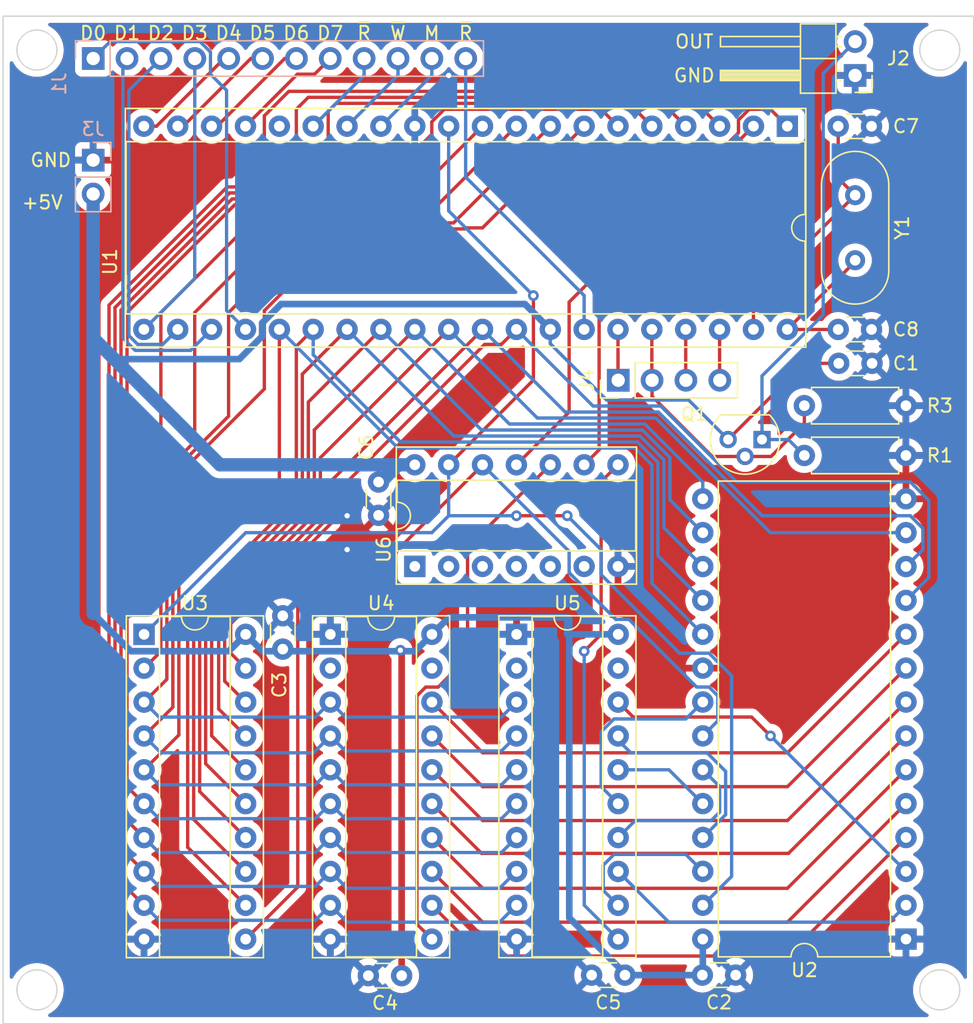
<source format=kicad_pcb>
(kicad_pcb (version 20211014) (generator pcbnew)
  (title_block (rev "1.1"))
  (layers (0 "F.Cu" signal) (31 "B.Cu" signal) (34 "B.Paste" user) (35 "F.Paste" user) (36 "B.SilkS" user "B.Silkscreen") (37 "F.SilkS" user "F.Silkscreen") (38 "B.Mask" user) (39 "F.Mask" user) (44 "Edge.Cuts" user))
  (net 0 "")
  (net 1 "GND")
  (net 2 "/~{CSR}")
  (net 3 "/~{CSW}")
  (net 4 "/MODE")
  (net 5 "Net-(C8-Pad1)")
  (net 6 "/vid")
  (net 7 "VCC")
  (net 9 "VD7")
  (net 10 "VD6")
  (net 11 "/ROW")
  (net 12 "/VA6")
  (net 13 "/VA5")
  (net 14 "/VA4")
  (net 15 "/VA3")
  (net 16 "/VA2")
  (net 17 "/VA1")
  (net 18 "/VA0")
  (net 19 "/COL")
  (net 20 "/VA13")
  (net 21 "/VA12")
  (net 22 "/VA11")
  (net 23 "/VA10")
  (net 24 "/VA9")
  (net 25 "/VA8")
  (net 26 "/VA7")
  (net 27 "VD5")
  (net 28 "/D0")
  (net 29 "VD4")
  (net 30 "VD3")
  (net 31 "VD2")
  (net 32 "/~{RESET}")
  (net 33 "/D1")
  (net 34 "Net-(C7-Pad1)")
  (net 35 "VD1")
  (net 40 "VD0")
  (net 41 "/D2")
  (net 42 "/D3")
  (net 43 "/D4")
  (net 44 "/D5")
  (net 45 "/D6")
  (net 46 "/D7")
  (net 47 "/EXT")
  (net 48 "Net-(U1-Pad37)")
  (net 49 "/~{RAS}")
  (net 50 "/~{CAS}")
  (net 51 "/AD7")
  (net 52 "/AD6")
  (net 53 "/AD5")
  (net 54 "/AD4")
  (net 55 "/AD3")
  (net 56 "/AD2")
  (net 57 "/AD1")
  (net 58 "/AD0")
  (net 59 "R~{W}")
  (net 60 "~{R}W")
  (net 61 "Net-(U1-Pad38)")
  (net 62 "Net-(J2-Pad2)")
  (footprint "Capacitor_THT:C_Disc_D3.0mm_W1.6mm_P2.50mm" (layer "F.Cu") (at 106.68 83.82)
    (fp_text reference "C8")
    (fp_text value "22pf")
  )
  (footprint "Connector_PinHeader_2.54mm:PinHeader_1x04_P2.54mm_Vertical" (layer "F.Cu") (at 90.18 87.63 90)
    (fp_text reference "J4")
    (fp_text value "Conn_01x04_Female")
  )
  (footprint "Package_DIP:DIP-28_W15.24mm" (layer "F.Cu") (at 111.765 129.54 180)
    (fp_text reference "U2")
    (fp_text value "HM62256BLP")
  )
  (footprint "Package_DIP:DIP-40_W15.24mm_Socket" (layer "F.Cu") (at 102.865 68.575 -90)
    (fp_text reference "U1")
    (fp_text value "TMS9918A")
  )
  (footprint "Crystal:Crystal_HC49-4H_Vertical" (layer "F.Cu") (at 107.95 73.75 -90)
    (fp_text reference "Y1")
    (fp_text value "10.738635MHz")
  )
  (footprint "Package_DIP:DIP-14_W7.62mm_Socket" (layer "F.Cu") (at 74.925 101.59 90)
    (fp_text reference "U6")
    (fp_text value "74HCT04")
  )
  (footprint "Capacitor_THT:C_Disc_D3.0mm_W1.6mm_P2.50mm" (layer "F.Cu") (at 72.207656 95.259986 -90)
    (fp_text reference "C6")
    (fp_text value "0.1uf")
  )
  (footprint "Capacitor_THT:C_Disc_D3.0mm_W1.6mm_P2.50mm" (layer "F.Cu") (at 106.68 68.58)
    (fp_text reference "C7")
    (fp_text value "22pf")
  )
  (footprint "Capacitor_THT:C_Disc_D3.0mm_W1.6mm_P2.50mm" (layer "F.Cu") (at 98.990857 132.23955 180)
    (fp_text reference "C2")
    (fp_text value "0.1uf")
  )
  (footprint "Capacitor_THT:C_Disc_D3.0mm_W1.6mm_P2.50mm" (layer "F.Cu") (at 73.939918 132.281552 180)
    (fp_text reference "C4")
    (fp_text value "0.1uf")
  )
  (footprint "Connector_PinHeader_2.54mm:PinHeader_1x02_P2.54mm_Horizontal" (layer "F.Cu") (at 107.95 64.77 180)
    (fp_text reference "J2")
    (fp_text value "Video out")
  )
  (footprint "Package_DIP:DIP-20_W7.62mm_Socket" (layer "F.Cu") (at 82.56 106.685)
    (fp_text reference "U5")
    (fp_text value "74HCT574")
  )
  (footprint "Capacitor_THT:C_Disc_D3.0mm_W1.6mm_P2.50mm" (layer "F.Cu") (at 65.023254 107.79432 90)
    (fp_text reference "C3")
    (fp_text value "0.1uf")
  )
  (footprint "Package_TO_SOT_THT:TO-92" (layer "F.Cu") (at 100.965 92.075 180)
    (fp_text reference "Q1")
    (fp_text value "Q_NPN_EBC")
  )
  (footprint "Resistor_THT:R_Axial_DIN0207_L6.3mm_D2.5mm_P7.62mm_Horizontal" (layer "F.Cu") (at 104.14 93.269546)
    (fp_text reference "R1")
    (fp_text value "1k")
  )
  (footprint "Resistor_THT:R_Axial_DIN0207_L6.3mm_D2.5mm_P7.62mm_Horizontal" (layer "F.Cu") (at 104.14 89.535)
    (fp_text reference "R3")
    (fp_text value "470")
  )
  (footprint "Capacitor_THT:C_Disc_D3.0mm_W1.6mm_P2.50mm" (layer "F.Cu") (at 106.72 86.36)
    (fp_text reference "C1")
    (fp_text value "0.1uf")
  )
  (footprint "Capacitor_THT:C_Disc_D3.0mm_W1.6mm_P2.50mm" (layer "F.Cu") (at 90.685822 132.243134 180)
    (fp_text reference "C5")
    (fp_text value "0.1uf")
  )
  (footprint "Package_DIP:DIP-20_W7.62mm_Socket" (layer "F.Cu") (at 68.59 106.685)
    (fp_text reference "U4")
    (fp_text value "74HCT574")
  )
  (footprint "Package_DIP:DIP-20_W7.62mm_Socket" (layer "F.Cu") (at 54.62 106.685)
    (fp_text reference "U3")
    (fp_text value "74HCT574")
  )
  (footprint "Connector_PinHeader_2.54mm:PinHeader_1x02_P2.54mm_Vertical" (layer "B.Cu") (at 50.8 71.12 180)
    (fp_text reference "J3")
    (fp_text value "Power")
  )
  (footprint "Connector_PinHeader_2.54mm:PinHeader_1x12_P2.54mm_Vertical" (layer "B.Cu") (at 50.805 63.5 -90)
    (fp_text reference "J1")
    (fp_text value "Bus")
  )
  (gr_circle (center 114.3 62.865) (end 115.8 62.865) (layer "Edge.Cuts") (width 0.1) (fill none))
  (gr_circle (center 46.585 133.35) (end 48.085 133.35) (layer "Edge.Cuts") (width 0.1) (fill none))
  (gr_circle (center 46.585 62.865) (end 48.085 62.865) (layer "Edge.Cuts") (width 0.1) (fill none))
  (gr_circle (center 114.3 133.35) (end 115.8 133.35) (layer "Edge.Cuts") (width 0.1) (fill none))
  (gr_rect (start 44.045 60.325) (end 116.84 135.89) (layer "Edge.Cuts") (width 0.1) (fill none))
  (gr_text "D2" (at 55.88 61.595) (layer "F.SilkS") (effects (font (size 1 1))))
  (gr_text "~{R}" (at 71.12 61.595) (layer "F.SilkS") (effects (font (size 1 1))))
  (gr_text "GND" (at 95.885 64.77) (layer "F.SilkS") (effects (font (size 1 1))))
  (gr_text "D1" (at 53.34 61.595) (layer "F.SilkS") (effects (font (size 1 1))))
  (gr_text "+5V" (at 46.99 74.295) (layer "F.SilkS") (effects (font (size 1 1))))
  (gr_text "~{R}" (at 78.74 61.595) (layer "F.SilkS") (effects (font (size 1 1))))
  (gr_text "D3" (at 58.42 61.595) (layer "F.SilkS") (effects (font (size 1 1))))
  (gr_text "D0" (at 50.8 61.595) (layer "F.SilkS") (effects (font (size 1 1))))
  (gr_text "OUT" (at 95.885 62.23) (layer "F.SilkS") (effects (font (size 1 1))))
  (gr_text "D4" (at 60.96 61.595) (layer "F.SilkS") (effects (font (size 1 1))))
  (gr_text "~{W}" (at 73.66 61.595) (layer "F.SilkS") (effects (font (size 1 1))))
  (gr_text "GND" (at 47.625 71.12) (layer "F.SilkS") (effects (font (size 1 1))))
  (gr_text "D6" (at 66.04 61.595) (layer "F.SilkS") (effects (font (size 1 1))))
  (gr_text "M" (at 76.2 61.595) (layer "F.SilkS") (effects (font (size 1 1))))
  (gr_text "D7" (at 68.58 61.595) (layer "F.SilkS") (effects (font (size 1 1))))
  (gr_text "D5" (at 63.5 61.595) (layer "F.SilkS") (effects (font (size 1 1))))
  (segment (start 69.85 97.79) (end 69.85 100.33) (width 0.25) (layer "F.Cu") (net 1))
  (via (at 77.47 64.77) (size 0.8) (drill 0.4) (layers "F.Cu" "B.Cu") (net 1))
  (via (at 69.85 97.79) (size 0.8) (drill 0.4) (layers "F.Cu" "B.Cu") (net 1))
  (via (at 69.85 100.33) (size 0.8) (drill 0.4) (layers "F.Cu" "B.Cu") (net 1))
  (segment (start 82.59 129.575) (end 82.56 129.545) (width 0.25) (layer "B.Cu") (net 1))
  (segment (start 71.125 63.5) (end 71.125 64.755) (width 0.25) (layer "B.Cu") (net 2))
  (segment (start 71.125 64.755) (end 67.305 68.575) (width 0.25) (layer "B.Cu") (net 2))
  (segment (start 73.665 63.5) (end 73.665 64.755) (width 0.25) (layer "B.Cu") (net 3))
  (segment (start 73.665 64.755) (end 69.845 68.575) (width 0.25) (layer "B.Cu") (net 3))
  (segment (start 76.205 63.5) (end 76.205 64.755) (width 0.25) (layer "B.Cu") (net 4))
  (segment (start 76.205 64.755) (end 72.385 68.575) (width 0.25) (layer "B.Cu") (net 4))
  (segment (start 106.68 83.82) (end 102.87 83.82) (width 0.25) (layer "F.Cu") (net 5))
  (segment (start 102.865 83.815) (end 107.95 78.73) (width 0.25) (layer "F.Cu") (net 5))
  (segment (start 107.95 78.73) (end 107.95 78.63) (width 0.25) (layer "F.Cu") (net 5))
  (segment (start 102.87 83.82) (end 102.865 83.815) (width 0.25) (layer "F.Cu") (net 5))
  (segment (start 92.705 83.815) (end 92.705 87.615) (width 0.25) (layer "F.Cu") (net 6))
  (segment (start 97.232919 93.345) (end 99.695 93.345) (width 0.25) (layer "F.Cu") (net 6))
  (segment (start 99.695 93.345) (end 101.644022 93.345) (width 0.25) (layer "F.Cu") (net 6))
  (segment (start 92.705 87.615) (end 92.72 87.63) (width 0.25) (layer "F.Cu") (net 6))
  (segment (start 101.644022 93.345) (end 104.14 90.849022) (width 0.25) (layer "F.Cu") (net 6))
  (segment (start 104.14 90.849022) (end 104.14 89.535) (width 0.25) (layer "F.Cu") (net 6))
  (segment (start 92.72 87.63) (end 92.72 88.832081) (width 0.25) (layer "F.Cu") (net 6))
  (segment (start 92.72 88.832081) (end 97.232919 93.345) (width 0.25) (layer "F.Cu") (net 6))
  (segment (start 73.840933 107.877392) (end 73.939918 107.976377) (width 0.5) (layer "F.Cu") (net 7))
  (segment (start 104.14 86.36) (end 106.72 86.36) (width 0.25) (layer "F.Cu") (net 7))
  (segment (start 98.425 92.075) (end 104.14 86.36) (width 0.25) (layer "F.Cu") (net 7))
  (segment (start 73.939918 107.976377) (end 73.939918 132.281552) (width 0.5) (layer "F.Cu") (net 7))
  (via (at 73.840933 107.877392) (size 0.8) (drill 0.4) (layers "F.Cu" "B.Cu") (net 7))
  (segment (start 96.525 132.205407) (end 96.525 129.54) (width 0.5) (layer "B.Cu") (net 7))
  (segment (start 83.185 81.915) (end 64.897924 81.915) (width 0.5) (layer "B.Cu") (net 7))
  (segment (start 86.365 106.685) (end 90.18 106.685) (width 0.5) (layer "B.Cu") (net 7))
  (segment (start 86.36 105.41) (end 86.510489 105.560489) (width 0.5) (layer "B.Cu") (net 7))
  (segment (start 73.66 93.98) (end 72.39 95.25) (width 1) (layer "B.Cu") (net 7))
  (segment (start 98.425 92.075) (end 95.46384 89.11384) (width 0.25) (layer "B.Cu") (net 7))
  (segment (start 60.315 93.97) (end 74.92 93.97) (width 1) (layer "B.Cu") (net 7))
  (segment (start 53.635978 107.95) (end 60.975 107.95) (width 0.5) (layer "B.Cu") (net 7))
  (segment (start 77.485 105.41) (end 86.36 105.41) (width 0.5) (layer "B.Cu") (net 7))
  (segment (start 86.36 106.68) (end 86.365 106.685) (width 0.5) (layer "B.Cu") (net 7))
  (segment (start 86.510489 105.560489) (end 86.510489 127.943139) (width 0.5) (layer "B.Cu") (net 7))
  (segment (start 50.8 84.455) (end 60.315 93.97) (width 1) (layer "B.Cu") (net 7))
  (segment (start 90.685822 132.243134) (end 96.487273 132.243134) (width 0.5) (layer "B.Cu") (net 7))
  (segment (start 76.21 106.685) (end 77.485 105.41) (width 0.5) (layer "B.Cu") (net 7))
  (segment (start 63.474511 84.332565) (end 61.764576 86.0425) (width 0.5) (layer "B.Cu") (net 7))
  (segment (start 89.314818 89.11384) (end 85.085 84.884022) (width 0.25) (layer "B.Cu") (net 7))
  (segment (start 64.897924 81.915) (end 63.474511 83.338413) (width 0.5) (layer "B.Cu") (net 7))
  (segment (start 74.92 93.97) (end 74.93 93.98) (width 0.25) (layer "B.Cu") (net 7))
  (segment (start 50.8 81.6003) (end 50.8 105.114022) (width 1) (layer "B.Cu") (net 7))
  (segment (start 86.36 105.710978) (end 86.36 106.68) (width 0.5) (layer "B.Cu") (net 7))
  (segment (start 85.085 83.815) (end 83.185 81.915) (width 0.5) (layer "B.Cu") (net 7))
  (segment (start 96.487273 132.243134) (end 96.525 132.205407) (width 0.25) (layer "B.Cu") (net 7))
  (segment (start 50.8 73.66) (end 50.8 81.6003) (width 1) (layer "B.Cu") (net 7))
  (segment (start 86.510489 105.560489) (end 86.36 105.710978) (width 0.5) (layer "B.Cu") (net 7))
  (segment (start 60.975 107.95) (end 62.24 106.685) (width 0.5) (layer "B.Cu") (net 7))
  (segment (start 90.685822 132.118472) (end 90.685822 132.243134) (width 0.25) (layer "B.Cu") (net 7))
  (segment (start 95.46384 89.11384) (end 89.314818 89.11384) (width 0.25) (layer "B.Cu") (net 7))
  (segment (start 50.8 105.114022) (end 53.635978 107.95) (width 0.5) (layer "B.Cu") (net 7))
  (segment (start 86.510489 127.943139) (end 90.685822 132.118472) (width 0.5) (layer "B.Cu") (net 7))
  (segment (start 85.085 84.884022) (end 85.085 83.815) (width 0.25) (layer "B.Cu") (net 7))
  (segment (start 62.24 106.685) (end 63.505 107.95) (width 0.5) (layer "B.Cu") (net 7))
  (segment (start 63.474511 83.338413) (end 63.474511 84.332565) (width 0.5) (layer "B.Cu") (net 7))
  (segment (start 61.764576 86.0425) (end 52.3875 86.0425) (width 0.5) (layer "B.Cu") (net 7))
  (segment (start 63.505 107.95) (end 74.945 107.95) (width 0.5) (layer "B.Cu") (net 7))
  (segment (start 74.93 93.98) (end 73.66 93.98) (width 0.25) (layer "B.Cu") (net 7))
  (segment (start 74.945 107.95) (end 76.21 106.685) (width 0.5) (layer "B.Cu") (net 7))
  (segment (start 64.77 90.17) (end 64.765 90.175) (width 0.25) (layer "F.Cu") (net 9))
  (segment (start 64.765 97.795001) (end 62.97192 99.588083) (width 0.25) (layer "F.Cu") (net 9))
  (segment (start 57.89192 104.668083) (end 57.89192 122.65692) (width 0.25) (layer "F.Cu") (net 9))
  (segment (start 62.97192 99.588083) (end 57.89192 104.668083) (width 0.25) (layer "F.Cu") (net 9))
  (segment (start 57.89192 122.65692) (end 62.24 127.005) (width 0.25) (layer "F.Cu") (net 9))
  (segment (start 64.765 83.815) (end 64.765 90.165) (width 0.25) (layer "F.Cu") (net 9))
  (segment (start 64.765 90.175) (end 64.765 97.795001) (width 0.25) (layer "F.Cu") (net 9))
  (segment (start 64.765 90.165) (end 64.77 90.17) (width 0.25) (layer "F.Cu") (net 9))
  (segment (start 73.66 92.71) (end 91.44 92.71) (width 0.25) (layer "B.Cu") (net 9))
  (segment (start 92.71 93.98) (end 92.71 102.865) (width 0.25) (layer "B.Cu") (net 9))
  (segment (start 91.44 92.71) (end 92.71 93.98) (width 0.25) (layer "B.Cu") (net 9))
  (segment (start 64.765 83.815) (end 73.66 92.71) (width 0.25) (layer "B.Cu") (net 9))
  (segment (start 92.71 102.865) (end 96.525 106.68) (width 0.25) (layer "B.Cu") (net 9))
  (segment (start 67.305 83.815) (end 66.04 85.08) (width 0.25) (layer "F.Cu") (net 10))
  (segment (start 66.04 85.08) (end 66.04 97.15572) (width 0.25) (layer "F.Cu") (net 10))
  (segment (start 58.34144 104.85428) (end 58.34144 120.56644) (width 0.25) (layer "F.Cu") (net 10))
  (segment (start 66.04 97.15572) (end 58.34144 104.85428) (width 0.25) (layer "F.Cu") (net 10))
  (segment (start 58.34144 120.56644) (end 62.24 124.465) (width 0.25) (layer "F.Cu") (net 10))
  (segment (start 91.626197 92.26048) (end 93.15952 93.793803) (width 0.25) (layer "B.Cu") (net 10))
  (segment (start 96.52 104.14) (end 96.525 104.14) (width 0.25) (layer "B.Cu") (net 10))
  (segment (start 93.15952 100.77952) (end 96.52 104.14) (width 0.25) (layer "B.Cu") (net 10))
  (segment (start 67.305 85.719282) (end 73.846198 92.26048) (width 0.25) (layer "B.Cu") (net 10))
  (segment (start 73.846198 92.26048) (end 91.626197 92.26048) (width 0.25) (layer "B.Cu") (net 10))
  (segment (start 93.15952 93.793803) (end 93.15952 100.77952) (width 0.25) (layer "B.Cu") (net 10))
  (segment (start 67.305 83.815) (end 67.305 85.719282) (width 0.25) (layer "B.Cu") (net 10))
  (segment (start 75.085489 111.299211) (end 75.085489 128.420489) (width 0.25) (layer "F.Cu") (net 11))
  (segment (start 75.085489 128.420489) (end 76.21 129.545) (width 0.25) (layer "F.Cu") (net 11))
  (segment (start 76.675789 110.640489) (end 75.744211 110.640489) (width 0.25) (layer "F.Cu") (net 11))
  (segment (start 75.744211 110.640489) (end 75.085489 111.299211) (width 0.25) (layer "F.Cu") (net 11))
  (segment (start 85.085 93.97) (end 78.880489 100.174511) (width 0.25) (layer "F.Cu") (net 11))
  (segment (start 78.880489 108.435789) (end 76.675789 110.640489) (width 0.25) (layer "F.Cu") (net 11))
  (segment (start 78.880489 100.174511) (end 78.880489 108.435789) (width 0.25) (layer "F.Cu") (net 11))
  (segment (start 111.765 121.92) (end 102.875 130.81) (width 0.25) (layer "F.Cu") (net 12))
  (segment (start 102.875 130.81) (end 80.015 130.81) (width 0.25) (layer "F.Cu") (net 12))
  (segment (start 80.015 130.81) (end 76.21 127.005) (width 0.25) (layer "F.Cu") (net 12))
  (segment (start 80.015 128.27) (end 76.21 124.465) (width 0.25) (layer "F.Cu") (net 13))
  (segment (start 102.875 128.27) (end 80.015 128.27) (width 0.25) (layer "F.Cu") (net 13))
  (segment (start 111.765 119.38) (end 102.875 128.27) (width 0.25) (layer "F.Cu") (net 13))
  (segment (start 80.015 125.73) (end 76.21 121.925) (width 0.25) (layer "F.Cu") (net 14))
  (segment (start 102.875 125.73) (end 80.015 125.73) (width 0.25) (layer "F.Cu") (net 14))
  (segment (start 111.765 116.84) (end 102.875 125.73) (width 0.25) (layer "F.Cu") (net 14))
  (segment (start 111.765 114.3) (end 102.95356 123.11144) (width 0.25) (layer "F.Cu") (net 15))
  (segment (start 79.93644 123.11144) (end 76.21 119.385) (width 0.25) (layer "F.Cu") (net 15))
  (segment (start 102.95356 123.11144) (end 79.93644 123.11144) (width 0.25) (layer "F.Cu") (net 15))
  (segment (start 80.015 120.65) (end 76.21 116.845) (width 0.25) (layer "F.Cu") (net 16))
  (segment (start 102.875 120.65) (end 80.015 120.65) (width 0.25) (layer "F.Cu") (net 16))
  (segment (start 111.765 111.76) (end 102.875 120.65) (width 0.25) (layer "F.Cu") (net 16))
  (segment (start 76.21 114.305) (end 80.015 118.11) (width 0.25) (layer "F.Cu") (net 17))
  (segment (start 80.015 118.11) (end 102.875 118.11) (width 0.25) (layer "F.Cu") (net 17))
  (segment (start 102.875 118.11) (end 111.765 109.22) (width 0.25) (layer "F.Cu") (net 17))
  (segment (start 102.875 115.57) (end 111.765 106.68) (width 0.25) (layer "F.Cu") (net 18))
  (segment (start 76.21 111.765) (end 80.015 115.57) (width 0.25) (layer "F.Cu") (net 18))
  (segment (start 80.015 115.57) (end 102.875 115.57) (width 0.25) (layer "F.Cu") (net 18))
  (segment (start 87.63 107.95) (end 88.9 106.68) (width 0.25) (layer "F.Cu") (net 19))
  (segment (start 88.9 106.68) (end 88.9 95.235) (width 0.25) (layer "F.Cu") (net 19))
  (segment (start 88.9 95.235) (end 90.165 93.97) (width 0.25) (layer "F.Cu") (net 19))
  (via (at 87.63 107.95) (size 0.8) (drill 0.4) (layers "F.Cu" "B.Cu") (net 19))
  (segment (start 87.63 107.95) (end 87.63 126.995) (width 0.25) (layer "B.Cu") (net 19))
  (segment (start 87.63 126.995) (end 90.18 129.545) (width 0.25) (layer "B.Cu") (net 19))
  (segment (start 95.255 123.19) (end 96.525 124.46) (width 0.25) (layer "B.Cu") (net 20))
  (segment (start 89.055489 125.880489) (end 89.055489 123.999211) (width 0.25) (layer "B.Cu") (net 20))
  (segment (start 89.8647 123.19) (end 95.255 123.19) (width 0.25) (layer "B.Cu") (net 20))
  (segment (start 89.055489 123.999211) (end 89.8647 123.19) (width 0.25) (layer "B.Cu") (net 20))
  (segment (start 90.18 127.005) (end 89.055489 125.880489) (width 0.25) (layer "B.Cu") (net 20))
  (segment (start 90.18 124.47) (end 93.98 128.27) (width 0.25) (layer "B.Cu") (net 21))
  (segment (start 90.18 124.465) (end 90.18 124.47) (width 0.25) (layer "B.Cu") (net 21))
  (segment (start 93.98 128.27) (end 110.495 128.27) (width 0.25) (layer "B.Cu") (net 21))
  (segment (start 110.495 128.27) (end 111.765 127) (width 0.25) (layer "B.Cu") (net 21))
  (segment (start 91.455 120.65) (end 97.159282 120.65) (width 0.25) (layer "B.Cu") (net 22))
  (segment (start 97.159282 120.65) (end 97.79 120.019282) (width 0.25) (layer "B.Cu") (net 22))
  (segment (start 97.79 120.019282) (end 97.79 118.105) (width 0.25) (layer "B.Cu") (net 22))
  (segment (start 90.18 121.925) (end 91.455 120.65) (width 0.25) (layer "B.Cu") (net 22))
  (segment (start 97.79 118.105) (end 96.525 116.84) (width 0.25) (layer "B.Cu") (net 22))
  (segment (start 90.18 119.385) (end 88.9 118.105) (width 0.25) (layer "B.Cu") (net 23))
  (segment (start 95.255 113.03) (end 96.525 111.76) (width 0.25) (layer "B.Cu") (net 23))
  (segment (start 89.8647 113.03) (end 95.255 113.03) (width 0.25) (layer "B.Cu") (net 23))
  (segment (start 88.9 118.105) (end 88.9 113.9947) (width 0.25) (layer "B.Cu") (net 23))
  (segment (start 88.9 113.9947) (end 89.8647 113.03) (width 0.25) (layer "B.Cu") (net 23))
  (segment (start 90.18 116.845) (end 93.99 116.845) (width 0.25) (layer "B.Cu") (net 24))
  (segment (start 93.99 116.845) (end 96.525 119.38) (width 0.25) (layer "B.Cu") (net 24))
  (segment (start 98.23952 116.96422) (end 98.23952 120.205479) (width 0.25) (layer "B.Cu") (net 25))
  (segment (start 90.18 114.6253) (end 91.1247 115.57) (width 0.25) (layer "B.Cu") (net 25))
  (segment (start 96.8453 115.57) (end 98.23952 116.96422) (width 0.25) (layer "B.Cu") (net 25))
  (segment (start 91.1247 115.57) (end 96.8453 115.57) (width 0.25) (layer "B.Cu") (net 25))
  (segment (start 90.18 114.305) (end 90.18 114.6253) (width 0.25) (layer "B.Cu") (net 25))
  (segment (start 98.23952 120.205479) (end 96.525 121.92) (width 0.25) (layer "B.Cu") (net 25))
  (segment (start 91.299511 112.884511) (end 100.184511 112.884511) (width 0.25) (layer "F.Cu") (net 26))
  (segment (start 100.184511 112.884511) (end 101.6 114.3) (width 0.25) (layer "F.Cu") (net 26))
  (segment (start 90.18 111.765) (end 91.299511 112.884511) (width 0.25) (layer "F.Cu") (net 26))
  (via (at 101.6 114.3) (size 0.8) (drill 0.4) (layers "F.Cu" "B.Cu") (net 26))
  (segment (start 101.605 114.3) (end 111.765 124.46) (width 0.25) (layer "B.Cu") (net 26))
  (segment (start 101.6 114.3) (end 101.605 114.3) (width 0.25) (layer "B.Cu") (net 26))
  (segment (start 66.48952 87.17048) (end 66.48952 97.341917) (width 0.25) (layer "F.Cu") (net 27))
  (segment (start 69.845 83.815) (end 66.48952 87.17048) (width 0.25) (layer "F.Cu") (net 27))
  (segment (start 58.79096 118.47596) (end 62.24 121.925) (width 0.25) (layer "F.Cu") (net 27))
  (segment (start 58.79096 105.040477) (end 58.79096 118.47596) (width 0.25) (layer "F.Cu") (net 27))
  (segment (start 66.48952 97.341917) (end 58.79096 105.040477) (width 0.25) (layer "F.Cu") (net 27))
  (segment (start 93.60904 93.607606) (end 93.60904 98.68404) (width 0.25) (layer "B.Cu") (net 27))
  (segment (start 93.60904 98.68404) (end 96.525 101.6) (width 0.25) (layer "B.Cu") (net 27))
  (segment (start 91.812395 91.81096) (end 93.60904 93.607606) (width 0.25) (layer "B.Cu") (net 27))
  (segment (start 69.845 83.815) (end 77.84096 91.81096) (width 0.25) (layer "B.Cu") (net 27))
  (segment (start 77.84096 91.81096) (end 91.812395 91.81096) (width 0.25) (layer "B.Cu") (net 27))
  (segment (start 59.599511 64.679511) (end 59.599511 63.013501) (width 0.25) (layer "B.Cu") (net 28))
  (segment (start 52.075 62.23) (end 50.805 63.5) (width 0.25) (layer "B.Cu") (net 28))
  (segment (start 60.809511 82.399511) (end 60.809511 65.889511) (width 0.25) (layer "B.Cu") (net 28))
  (segment (start 58.81601 62.23) (end 52.075 62.23) (width 0.25) (layer "B.Cu") (net 28))
  (segment (start 59.599511 63.013501) (end 58.81601 62.23) (width 0.25) (layer "B.Cu") (net 28))
  (segment (start 62.225 83.815) (end 60.809511 82.399511) (width 0.25) (layer "B.Cu") (net 28))
  (segment (start 60.809511 65.889511) (end 59.599511 64.679511) (width 0.25) (layer "B.Cu") (net 28))
  (segment (start 66.93904 97.528114) (end 59.24048 105.226674) (width 0.25) (layer "F.Cu") (net 29))
  (segment (start 59.24048 105.226674) (end 59.24048 116.38548) (width 0.25) (layer "F.Cu") (net 29))
  (segment (start 72.385 83.815) (end 66.93904 89.26096) (width 0.25) (layer "F.Cu") (net 29))
  (segment (start 66.93904 89.26096) (end 66.93904 97.528114) (width 0.25) (layer "F.Cu") (net 29))
  (segment (start 59.24048 116.38548) (end 62.24 119.385) (width 0.25) (layer "F.Cu") (net 29))
  (segment (start 94.05856 96.59356) (end 96.525 99.06) (width 0.25) (layer "B.Cu") (net 29))
  (segment (start 72.385 83.815) (end 79.93144 91.36144) (width 0.25) (layer "B.Cu") (net 29))
  (segment (start 94.05856 93.421409) (end 94.05856 96.59356) (width 0.25) (layer "B.Cu") (net 29))
  (segment (start 79.93144 91.36144) (end 91.998593 91.36144) (width 0.25) (layer "B.Cu") (net 29))
  (segment (start 91.998593 91.36144) (end 94.05856 93.421409) (width 0.25) (layer "B.Cu") (net 29))
  (segment (start 59.69 105.412871) (end 59.69 114.295) (width 0.25) (layer "F.Cu") (net 30))
  (segment (start 67.38856 97.714311) (end 59.69 105.412871) (width 0.25) (layer "F.Cu") (net 30))
  (segment (start 59.69 114.295) (end 62.24 116.845) (width 0.25) (layer "F.Cu") (net 30))
  (segment (start 74.925 83.815) (end 67.38856 91.35144) (width 0.25) (layer "F.Cu") (net 30))
  (segment (start 67.38856 91.35144) (end 67.38856 97.714311) (width 0.25) (layer "F.Cu") (net 30))
  (segment (start 82.02192 90.91192) (end 92.184788 90.91192) (width 0.25) (layer "B.Cu") (net 30))
  (segment (start 92.184788 90.91192) (end 96.525 95.252132) (width 0.25) (layer "B.Cu") (net 30))
  (segment (start 74.925 83.815) (end 82.02192 90.91192) (width 0.25) (layer "B.Cu") (net 30))
  (segment (start 96.525 95.252132) (end 96.525 96.52) (width 0.25) (layer "B.Cu") (net 30))
  (segment (start 67.83808 97.900512) (end 60.216449 105.522143) (width 0.25) (layer "F.Cu") (net 31))
  (segment (start 67.83808 93.44192) (end 67.83808 97.900512) (width 0.25) (layer "F.Cu") (net 31))
  (segment (start 60.216449 112.281449) (end 62.24 114.305) (width 0.25) (layer "F.Cu") (net 31))
  (segment (start 77.465 83.815) (end 67.83808 93.44192) (width 0.25) (layer "F.Cu") (net 31))
  (segment (start 60.216449 105.522143) (end 60.216449 112.281449) (width 0.25) (layer "F.Cu") (net 31))
  (segment (start 101.6 99.06) (end 111.765 99.06) (width 0.25) (layer "B.Cu") (net 31))
  (segment (start 84.1124 90.4624) (end 93.0024 90.4624) (width 0.25) (layer "B.Cu") (net 31))
  (segment (start 93.0024 90.4624) (end 101.6 99.06) (width 0.25) (layer "B.Cu") (net 31))
  (segment (start 77.465 83.815) (end 84.1124 90.4624) (width 0.25) (layer "B.Cu") (net 31))
  (segment (start 78.74 72.39) (end 87.625 81.275) (width 0.25) (layer "B.Cu") (net 32))
  (segment (start 87.625 81.275) (end 87.625 83.815) (width 0.25) (layer "B.Cu") (net 32))
  (segment (start 78.745 63.5) (end 78.74 63.505) (width 0.25) (layer "B.Cu") (net 32))
  (segment (start 78.74 63.505) (end 78.74 72.39) (width 0.25) (layer "B.Cu") (net 32))
  (segment (start 58.110969 85.389031) (end 59.685 83.815) (width 0.25) (layer "B.Cu") (net 33))
  (segment (start 53.030969 63.814031) (end 53.030969 84.466986) (width 0.25) (layer "B.Cu") (net 33))
  (segment (start 53.953014 85.389031) (end 58.110969 85.389031) (width 0.25) (layer "B.Cu") (net 33))
  (segment (start 53.345 63.5) (end 53.030969 63.814031) (width 0.25) (layer "B.Cu") (net 33))
  (segment (start 53.030969 84.466986) (end 53.953014 85.389031) (width 0.25) (layer "B.Cu") (net 33))
  (segment (start 100.325 83.815) (end 100.325 81.375) (width 0.25) (layer "F.Cu") (net 34))
  (segment (start 100.325 81.375) (end 107.95 73.75) (width 0.25) (layer "F.Cu") (net 34))
  (segment (start 106.68 68.58) (end 106.68 72.48) (width 0.25) (layer "F.Cu") (net 34))
  (segment (start 106.68 72.48) (end 107.95 73.75) (width 0.25) (layer "F.Cu") (net 34))
  (segment (start 80.005 83.825) (end 68.2876 95.5424) (width 0.25) (layer "F.Cu") (net 35))
  (segment (start 80.005 83.815) (end 80.005 83.825) (width 0.25) (layer "F.Cu") (net 35))
  (segment (start 68.2876 98.08671) (end 60.665969 105.708341) (width 0.25) (layer "F.Cu") (net 35))
  (segment (start 60.665969 105.708341) (end 60.665969 110.190969) (width 0.25) (layer "F.Cu") (net 35))
  (segment (start 60.665969 110.190969) (end 62.24 111.765) (width 0.25) (layer "F.Cu") (net 35))
  (segment (start 68.2876 95.5424) (end 68.2876 98.08671) (width 0.25) (layer "F.Cu") (net 35))
  (segment (start 86.20288 90.01288) (end 93.188598 90.01288) (width 0.25) (layer "B.Cu") (net 35))
  (segment (start 80.005 83.815) (end 86.20288 90.01288) (width 0.25) (layer "B.Cu") (net 35))
  (segment (start 112.0853 97.79) (end 113.03 98.7347) (width 0.25) (layer "B.Cu") (net 35))
  (segment (start 113.03 100.335) (end 111.765 101.6) (width 0.25) (layer "B.Cu") (net 35))
  (segment (start 113.03 98.7347) (end 113.03 100.335) (width 0.25) (layer "B.Cu") (net 35))
  (segment (start 100.965718 97.79) (end 112.0853 97.79) (width 0.25) (layer "B.Cu") (net 35))
  (segment (start 93.188598 90.01288) (end 100.965718 97.79) (width 0.25) (layer "B.Cu") (net 35))
  (segment (start 68.73712 98.272908) (end 61.115489 105.894539) (width 0.25) (layer "F.Cu") (net 40))
  (segment (start 80.160489 84.939511) (end 68.73712 96.36288) (width 0.25) (layer "F.Cu") (net 40))
  (segment (start 61.115489 108.100489) (end 62.24 109.225) (width 0.25) (layer "F.Cu") (net 40))
  (segment (start 68.73712 96.36288) (end 68.73712 98.272908) (width 0.25) (layer "F.Cu") (net 40))
  (segment (start 61.115489 105.894539) (end 61.115489 108.100489) (width 0.25) (layer "F.Cu") (net 40))
  (segment (start 81.420489 84.939511) (end 80.160489 84.939511) (width 0.25) (layer "F.Cu") (net 40))
  (segment (start 82.545 83.815) (end 81.420489 84.939511) (width 0.25) (layer "F.Cu") (net 40))
  (segment (start 113.47952 96.64422) (end 113.47952 102.42548) (width 0.25) (layer "B.Cu") (net 40))
  (segment (start 99.061436 95.25) (end 112.0853 95.25) (width 0.25) (layer "B.Cu") (net 40))
  (segment (start 93.374796 89.56336) (end 99.061436 95.25) (width 0.25) (layer "B.Cu") (net 40))
  (segment (start 112.0853 95.25) (end 113.47952 96.64422) (width 0.25) (layer "B.Cu") (net 40))
  (segment (start 88.29336 89.56336) (end 93.374796 89.56336) (width 0.25) (layer "B.Cu") (net 40))
  (segment (start 82.545 83.815) (end 88.29336 89.56336) (width 0.25) (layer "B.Cu") (net 40))
  (segment (start 113.47952 102.42548) (end 111.765 104.14) (width 0.25) (layer "B.Cu") (net 40))
  (segment (start 53.480489 84.280789) (end 54.139211 84.939511) (width 0.25) (layer "B.Cu") (net 41))
  (segment (start 53.480489 65.904511) (end 53.480489 84.280789) (width 0.25) (layer "B.Cu") (net 41))
  (segment (start 55.885 63.5) (end 53.480489 65.904511) (width 0.25) (layer "B.Cu") (net 41))
  (segment (start 54.139211 84.939511) (end 56.020489 84.939511) (width 0.25) (layer "B.Cu") (net 41))
  (segment (start 56.020489 84.939511) (end 57.145 83.815) (width 0.25) (layer "B.Cu") (net 41))
  (segment (start 58.42 68.58) (end 58.42 80) (width 0.25) (layer "B.Cu") (net 42))
  (segment (start 58.425 68.575) (end 58.42 68.58) (width 0.25) (layer "B.Cu") (net 42))
  (segment (start 58.425 63.5) (end 58.425 68.575) (width 0.25) (layer "B.Cu") (net 42))
  (segment (start 58.42 80) (end 54.605 83.815) (width 0.25) (layer "B.Cu") (net 42))
  (segment (start 55.5547 68.575) (end 54.605 68.575) (width 0.25) (layer "F.Cu") (net 43))
  (segment (start 60.6297 63.5) (end 55.5547 68.575) (width 0.25) (layer "F.Cu") (net 43))
  (segment (start 60.965 63.5) (end 60.6297 63.5) (width 0.25) (layer "F.Cu") (net 43))
  (segment (start 57.145 68.575) (end 57.55101 68.575) (width 0.25) (layer "F.Cu") (net 44))
  (segment (start 57.55101 68.575) (end 62.62601 63.5) (width 0.25) (layer "F.Cu") (net 44))
  (segment (start 62.62601 63.5) (end 63.505 63.5) (width 0.25) (layer "F.Cu") (net 44))
  (segment (start 59.685 68.575) (end 60.09101 68.575) (width 0.25) (layer "F.Cu") (net 45))
  (segment (start 65.16601 63.5) (end 66.045 63.5) (width 0.25) (layer "F.Cu") (net 45))
  (segment (start 60.09101 68.575) (end 65.16601 63.5) (width 0.25) (layer "F.Cu") (net 45))
  (segment (start 67.410489 64.674511) (end 68.585 63.5) (width 0.25) (layer "F.Cu") (net 46))
  (segment (start 67.410489 64.674511) (end 66.125489 64.674511) (width 0.25) (layer "F.Cu") (net 46))
  (segment (start 66.125489 64.674511) (end 62.225 68.575) (width 0.25) (layer "F.Cu") (net 46))
  (segment (start 90.165 87.615) (end 90.18 87.63) (width 0.25) (layer "F.Cu") (net 47))
  (segment (start 90.165 83.815) (end 90.165 87.615) (width 0.25) (layer "F.Cu") (net 47))
  (segment (start 95.245 87.615) (end 95.26 87.63) (width 0.25) (layer "F.Cu") (net 48))
  (segment (start 95.245 83.815) (end 95.245 87.615) (width 0.25) (layer "F.Cu") (net 48))
  (segment (start 99.200489 69.063793) (end 99.200489 68.109211) (width 0.25) (layer "F.Cu") (net 49))
  (segment (start 99.200489 68.109211) (end 99.9997 67.31) (width 0.25) (layer "F.Cu") (net 49))
  (segment (start 99.9997 67.31) (end 101.6 67.31) (width 0.25) (layer "F.Cu") (net 49))
  (segment (start 86.500489 90.014511) (end 86.500489 81.763793) (width 0.25) (layer "F.Cu") (net 49))
  (segment (start 86.500489 81.763793) (end 99.200489 69.063793) (width 0.25) (layer "F.Cu") (net 49))
  (segment (start 101.6 67.31) (end 102.865 68.575) (width 0.25) (layer "F.Cu") (net 49))
  (segment (start 82.545 93.97) (end 86.500489 90.014511) (width 0.25) (layer "F.Cu") (net 49))
  (segment (start 88.749511 80.150489) (end 100.325 68.575) (width 0.25) (layer "F.Cu") (net 50))
  (segment (start 87.625 93.97) (end 88.749511 92.845489) (width 0.25) (layer "F.Cu") (net 50))
  (segment (start 88.749511 92.845489) (end 88.749511 80.150489) (width 0.25) (layer "F.Cu") (net 50))
  (segment (start 95.17144 65.96144) (end 65.474264 65.96144) (width 0.25) (layer "F.Cu") (net 51))
  (segment (start 61.48808 73.13192) (end 60.850928 73.13192) (width 0.25) (layer "F.Cu") (net 51))
  (segment (start 97.785 68.575) (end 95.17144 65.96144) (width 0.25) (layer "F.Cu") (net 51))
  (segment (start 63.640489 67.795215) (end 63.640489 70.979511) (width 0.25) (layer "F.Cu") (net 51))
  (segment (start 63.640489 70.979511) (end 61.48808 73.13192) (width 0.25) (layer "F.Cu") (net 51))
  (segment (start 65.474264 65.96144) (end 63.640489 67.795215) (width 0.25) (layer "F.Cu") (net 51))
  (segment (start 51.99144 81.991408) (end 51.99144 124.37644) (width 0.25) (layer "F.Cu") (net 51))
  (segment (start 60.850928 73.13192) (end 51.99144 81.991408) (width 0.25) (layer "F.Cu") (net 51))
  (segment (start 51.99144 124.37644) (end 54.62 127.005) (width 0.25) (layer "F.Cu") (net 51))
  (segment (start 81.28 128.27) (end 82.55 127) (width 0.25) (layer "B.Cu") (net 51))
  (segment (start 69.85 128.27) (end 81.28 128.27) (width 0.25) (layer "B.Cu") (net 51))
  (segment (start 68.59 127.01) (end 69.85 128.27) (width 0.25) (layer "B.Cu") (net 51))
  (segment (start 67.465489 128.129511) (end 68.59 127.005) (width 0.25) (layer "B.Cu") (net 51))
  (segment (start 68.59 127.005) (end 68.59 127.01) (width 0.25) (layer "B.Cu") (net 51))
  (segment (start 55.744511 128.129511) (end 67.465489 128.129511) (width 0.25) (layer "B.Cu") (net 51))
  (segment (start 54.62 127.005) (end 55.744511 128.129511) (width 0.25) (layer "B.Cu") (net 51))
  (segment (start 66.93904 66.41096) (end 66.04 67.31) (width 0.25) (layer "F.Cu") (net 52))
  (segment (start 62.001997 73.58144) (end 61.037125 73.58144) (width 0.25) (layer "F.Cu") (net 52))
  (segment (start 66.04 67.31) (end 66.04 69.543437) (width 0.25) (layer "F.Cu") (net 52))
  (segment (start 61.037125 73.58144) (end 52.44096 82.177605) (width 0.25) (layer "F.Cu") (net 52))
  (segment (start 95.245 68.575) (end 93.08096 66.41096) (width 0.25) (layer "F.Cu") (net 52))
  (segment (start 93.08096 66.41096) (end 66.93904 66.41096) (width 0.25) (layer "F.Cu") (net 52))
  (segment (start 52.44096 122.28596) (end 54.62 124.465) (width 0.25) (layer "F.Cu") (net 52))
  (segment (start 66.04 69.543437) (end 62.001997 73.58144) (width 0.25) (layer "F.Cu") (net 52))
  (segment (start 52.44096 82.177605) (end 52.44096 122.28596) (width 0.25) (layer "F.Cu") (net 52))
  (segment (start 69.855 125.73) (end 81.28 125.73) (width 0.25) (layer "B.Cu") (net 52))
  (segment (start 55.744511 125.589511) (end 67.465489 125.589511) (width 0.25) (layer "B.Cu") (net 52))
  (segment (start 68.59 124.465) (end 69.855 125.73) (width 0.25) (layer "B.Cu") (net 52))
  (segment (start 67.465489 125.589511) (end 68.59 124.465) (width 0.25) (layer "B.Cu") (net 52))
  (segment (start 81.28 125.73) (end 82.55 124.46) (width 0.25) (layer "B.Cu") (net 52))
  (segment (start 54.62 124.465) (end 55.744511 125.589511) (width 0.25) (layer "B.Cu") (net 52))
  (segment (start 68.429511 69.672293) (end 64.070844 74.03096) (width 0.25) (layer "F.Cu") (net 53))
  (segment (start 90.99048 66.86048) (end 69.02952 66.86048) (width 0.25) (layer "F.Cu") (net 53))
  (segment (start 64.070844 74.03096) (end 61.223322 74.03096) (width 0.25) (layer "F.Cu") (net 53))
  (segment (start 52.89048 82.363802) (end 52.89048 120.19548) (width 0.25) (layer "F.Cu") (net 53))
  (segment (start 68.429511 67.460489) (end 68.429511 69.672293) (width 0.25) (layer "F.Cu") (net 53))
  (segment (start 61.223322 74.03096) (end 52.89048 82.363802) (width 0.25) (layer "F.Cu") (net 53))
  (segment (start 52.89048 120.19548) (end 54.62 121.925) (width 0.25) (layer "F.Cu") (net 53))
  (segment (start 69.02952 66.86048) (end 68.429511 67.460489) (width 0.25) (layer "F.Cu") (net 53))
  (segment (start 92.705 68.575) (end 90.99048 66.86048) (width 0.25) (layer "F.Cu") (net 53))
  (segment (start 69.714511 123.049511) (end 81.420489 123.049511) (width 0.25) (layer "B.Cu") (net 53))
  (segment (start 81.420489 123.049511) (end 82.55 121.92) (width 0.25) (layer "B.Cu") (net 53))
  (segment (start 68.59 121.925) (end 69.714511 123.049511) (width 0.25) (layer "B.Cu") (net 53))
  (segment (start 54.62 121.925) (end 55.744511 123.049511) (width 0.25) (layer "B.Cu") (net 53))
  (segment (start 55.744511 123.049511) (end 67.465489 123.049511) (width 0.25) (layer "B.Cu") (net 53))
  (segment (start 67.465489 123.049511) (end 68.59 121.925) (width 0.25) (layer "B.Cu") (net 53))
  (segment (start 70.900798 74.48048) (end 76.2 69.181278) (width 0.25) (layer "F.Cu") (net 54))
  (segment (start 53.34 82.55) (end 61.40952 74.48048) (width 0.25) (layer "F.Cu") (net 54))
  (segment (start 77.1397 67.31) (end 88.9 67.31) (width 0.25) (layer "F.Cu") (net 54))
  (segment (start 54.62 119.385) (end 53.34 118.105) (width 0.25) (layer "F.Cu") (net 54))
  (segment (start 53.34 118.105) (end 53.34 82.55) (width 0.25) (layer "F.Cu") (net 54))
  (segment (start 76.2 68.2497) (end 77.1397 67.31) (width 0.25) (layer "F.Cu") (net 54))
  (segment (start 61.40952 74.48048) (end 70.900798 74.48048) (width 0.25) (layer "F.Cu") (net 54))
  (segment (start 88.9 67.31) (end 90.165 68.575) (width 0.25) (layer "F.Cu") (net 54))
  (segment (start 76.2 69.181278) (end 76.2 68.2497) (width 0.25) (layer "F.Cu") (net 54))
  (segment (start 55.744511 120.509511) (end 67.465489 120.509511) (width 0.25) (layer "B.Cu") (net 54))
  (segment (start 81.420489 120.509511) (end 82.55 119.38) (width 0.25) (layer "B.Cu") (net 54))
  (segment (start 69.714511 120.509511) (end 81.420489 120.509511) (width 0.25) (layer "B.Cu") (net 54))
  (segment (start 54.62 119.385) (end 55.744511 120.509511) (width 0.25) (layer "B.Cu") (net 54))
  (segment (start 67.465489 120.509511) (end 68.59 119.385) (width 0.25) (layer "B.Cu") (net 54))
  (segment (start 68.59 119.385) (end 69.714511 120.509511) (width 0.25) (layer "B.Cu") (net 54))
  (segment (start 63.640489 82.409511) (end 63.640489 88.27948) (width 0.25) (layer "F.Cu") (net 55))
  (segment (start 78.66144 76.27856) (end 69.77144 76.27856) (width 0.25) (layer "F.Cu") (net 55))
  (segment (start 69.77144 76.27856) (end 63.640489 82.409511) (width 0.25) (layer "F.Cu") (net 55))
  (segment (start 57.22856 94.691409) (end 57.22856 114.23644) (width 0.25) (layer "F.Cu") (net 55))
  (segment (start 63.640489 88.27948) (end 57.22856 94.691409) (width 0.25) (layer "F.Cu") (net 55))
  (segment (start 87.625 68.575) (end 80 76.2) (width 0.25) (layer "F.Cu") (net 55))
  (segment (start 80 76.2) (end 78.74 76.2) (width 0.25) (layer "F.Cu") (net 55))
  (segment (start 57.22856 114.23644) (end 54.62 116.845) (width 0.25) (layer "F.Cu") (net 55))
  (segment (start 78.74 76.2) (end 78.66144 76.27856) (width 0.25) (layer "F.Cu") (net 55))
  (segment (start 55.744511 117.969511) (end 67.465489 117.969511) (width 0.25) (layer "B.Cu") (net 55))
  (segment (start 67.465489 117.969511) (end 68.59 116.845) (width 0.25) (layer "B.Cu") (net 55))
  (segment (start 69.714511 117.969511) (end 81.420489 117.969511) (width 0.25) (layer "B.Cu") (net 55))
  (segment (start 68.59 116.845) (end 69.714511 117.969511) (width 0.25) (layer "B.Cu") (net 55))
  (segment (start 54.62 116.845) (end 55.744511 117.969511) (width 0.25) (layer "B.Cu") (net 55))
  (segment (start 81.420489 117.969511) (end 82.55 116.84) (width 0.25) (layer "B.Cu") (net 55))
  (segment (start 60.96 90.324251) (end 60.96 82.55) (width 0.25) (layer "F.Cu") (net 56))
  (segment (start 56.77904 94.505211) (end 56.77904 112.14596) (width 0.25) (layer "F.Cu") (net 56))
  (segment (start 77.83096 75.82904) (end 67.68096 75.82904) (width 0.25) (layer "F.Cu") (net 56))
  (segment (start 67.68096 75.82904) (end 60.96 82.55) (width 0.25) (layer "F.Cu") (net 56))
  (segment (start 60.96 90.324251) (end 56.77904 94.505211) (width 0.25) (layer "F.Cu") (net 56))
  (segment (start 56.77904 112.14596) (end 54.62 114.305) (width 0.25) (layer "F.Cu") (net 56))
  (segment (start 85.085 68.575) (end 77.83096 75.82904) (width 0.25) (layer "F.Cu") (net 56))
  (segment (start 55.885 115.57) (end 67.325 115.57) (width 0.25) (layer "B.Cu") (net 56))
  (segment (start 54.62 114.305) (end 55.885 115.57) (width 0.25) (layer "B.Cu") (net 56))
  (segment (start 67.325 115.57) (end 68.59 114.305) (width 0.25) (layer "B.Cu") (net 56))
  (segment (start 68.59 114.305) (end 69.714511 115.429511) (width 0.25) (layer "B.Cu") (net 56))
  (segment (start 81.420489 115.429511) (end 82.55 114.3) (width 0.25) (layer "B.Cu") (net 56))
  (segment (start 69.714511 115.429511) (end 81.420489 115.429511) (width 0.25) (layer "B.Cu") (net 56))
  (segment (start 75.74048 75.37952) (end 65.59048 75.37952) (width 0.25) (layer "F.Cu") (net 57))
  (segment (start 56.32952 110.05548) (end 54.62 111.765) (width 0.25) (layer "F.Cu") (net 57))
  (segment (start 65.59048 75.37952) (end 58.42 82.55) (width 0.25) (layer "F.Cu") (net 57))
  (segment (start 58.42 92.228533) (end 56.32952 94.319014) (width 0.25) (layer "F.Cu") (net 57))
  (segment (start 82.545 68.575) (end 75.74048 75.37952) (width 0.25) (layer "F.Cu") (net 57))
  (segment (start 56.32952 94.319014) (end 56.32952 110.05548) (width 0.25) (layer "F.Cu") (net 57))
  (segment (start 58.42 82.55) (end 58.42 92.228533) (width 0.25) (layer "F.Cu") (net 57))
  (segment (start 54.62 111.765) (end 55.744511 112.889511) (width 0.25) (layer "B.Cu") (net 57))
  (segment (start 67.465489 112.889511) (end 68.59 111.765) (width 0.25) (layer "B.Cu") (net 57))
  (segment (start 69.714511 112.889511) (end 81.420489 112.889511) (width 0.25) (layer "B.Cu") (net 57))
  (segment (start 81.420489 112.889511) (end 82.55 111.76) (width 0.25) (layer "B.Cu") (net 57))
  (segment (start 55.744511 112.889511) (end 67.465489 112.889511) (width 0.25) (layer "B.Cu") (net 57))
  (segment (start 68.59 111.765) (end 69.714511 112.889511) (width 0.25) (layer "B.Cu") (net 57))
  (segment (start 55.88 107.965) (end 55.88 82.55) (width 0.25) (layer "F.Cu") (net 58))
  (segment (start 73.65 74.93) (end 80.005 68.575) (width 0.25) (layer "F.Cu") (net 58))
  (segment (start 55.88 82.55) (end 63.5 74.93) (width 0.25) (layer "F.Cu") (net 58))
  (segment (start 63.5 74.93) (end 73.65 74.93) (width 0.25) (layer "F.Cu") (net 58))
  (segment (start 54.62 109.225) (end 55.88 107.965) (width 0.25) (layer "F.Cu") (net 58))
  (segment (start 83.82 87.615) (end 77.465 93.97) (width 0.25) (layer "F.Cu") (net 59))
  (segment (start 83.82 81.28) (end 83.82 87.615) (width 0.25) (layer "F.Cu") (net 59))
  (segment (start 86.36 97.79) (end 82.55 97.79) (width 0.25) (layer "F.Cu") (net 59))
  (via (at 86.36 97.79) (size 0.8) (drill 0.4) (layers "F.Cu" "B.Cu") (net 59))
  (via (at 83.82 81.28) (size 0.8) (drill 0.4) (layers "F.Cu" "B.Cu") (net 59))
  (via (at 82.55 97.79) (size 0.8) (drill 0.4) (layers "F.Cu" "B.Cu") (net 59))
  (segment (start 86.36 97.79) (end 88.9 100.33) (width 0.25) (layer "B.Cu") (net 59))
  (segment (start 98.68904 124.83596) (end 96.525 127) (width 0.25) (layer "B.Cu") (net 59))
  (segment (start 98.68904 109.79374) (end 98.68904 124.83596) (width 0.25) (layer "B.Cu") (net 59))
  (segment (start 62.245 99.06) (end 54.62 106.685) (width 0.25) (layer "B.Cu") (net 59))
  (segment (start 88.9 100.33) (end 88.9 102.211278) (width 0.25) (layer "B.Cu") (net 59))
  (segment (start 88.9 102.211278) (end 94.784211 108.095489) (width 0.25) (layer "B.Cu") (net 59))
  (segment (start 77.47 97.79) (end 77.465 97.795) (width 0.25) (layer "B.Cu") (net 59))
  (segment (start 82.55 97.79) (end 77.47 97.79) (width 0.25) (layer "B.Cu") (net 59))
  (segment (start 96.990789 108.095489) (end 98.68904 109.79374) (width 0.25) (layer "B.Cu") (net 59))
  (segment (start 77.465 97.795) (end 76.2 99.06) (width 0.25) (layer "B.Cu") (net 59))
  (segment (start 94.784211 108.095489) (end 96.990789 108.095489) (width 0.25) (layer "B.Cu") (net 59))
  (segment (start 76.2 99.06) (end 62.245 99.06) (width 0.25) (layer "B.Cu") (net 59))
  (segment (start 77.465 93.97) (end 77.465 97.795) (width 0.25) (layer "B.Cu") (net 59))
  (segment (start 77.465 74.925) (end 83.82 81.28) (width 0.25) (layer "B.Cu") (net 59))
  (segment (start 77.465 68.575) (end 77.465 74.925) (width 0.25) (layer "B.Cu") (net 59))
  (segment (start 62.24 129.545) (end 66.147765 125.637235) (width 0.25) (layer "F.Cu") (net 60))
  (segment (start 66.147765 104.247765) (end 66.25553 104.14) (width 0.25) (layer "F.Cu") (net 60))
  (segment (start 69.85 104.14) (end 80.005 93.985) (width 0.25) (layer "F.Cu") (net 60))
  (segment (start 66.25553 104.14) (end 69.85 104.14) (width 0.25) (layer "F.Cu") (net 60))
  (segment (start 66.147765 125.637235) (end 66.147765 104.247765) (width 0.25) (layer "F.Cu") (net 60))
  (segment (start 80.005 93.985) (end 80.005 93.97) (width 0.25) (layer "F.Cu") (net 60))
  (segment (start 90.984211 105.560489) (end 96.059211 110.635489) (width 0.25) (layer "B.Cu") (net 60))
  (segment (start 97.649511 111.294211) (end 97.649511 113.175489) (width 0.25) (layer "B.Cu") (net 60))
  (segment (start 97.649511 113.175489) (end 96.525 114.3) (width 0.25) (layer "B.Cu") (net 60))
  (segment (start 90.000189 105.560489) (end 90.984211 105.560489) (width 0.25) (layer "B.Cu") (net 60))
  (segment (start 86.500489 102.060789) (end 90.000189 105.560489) (width 0.25) (layer "B.Cu") (net 60))
  (segment (start 96.059211 110.635489) (end 96.990789 110.635489) (width 0.25) (layer "B.Cu") (net 60))
  (segment (start 80.005 93.97) (end 86.500489 100.465489) (width 0.25) (layer "B.Cu") (net 60))
  (segment (start 96.990789 110.635489) (end 97.649511 111.294211) (width 0.25) (layer "B.Cu") (net 60))
  (segment (start 86.500489 100.465489) (end 86.500489 102.060789) (width 0.25) (layer "B.Cu") (net 60))
  (segment (start 97.785 87.615) (end 97.8 87.63) (width 0.25) (layer "F.Cu") (net 61))
  (segment (start 97.785 83.815) (end 97.785 87.615) (width 0.25) (layer "F.Cu") (net 61))
  (segment (start 102.945454 92.075) (end 104.14 93.269546) (width 0.25) (layer "B.Cu") (net 62))
  (segment (start 105.555489 82.714811) (end 105.555489 64.624511) (width 0.25) (layer "B.Cu") (net 62))
  (segment (start 102.945454 92.075) (end 100.965 92.075) (width 0.25) (layer "B.Cu") (net 62))
  (segment (start 100.965 87.3053) (end 100.965 92.075) (width 0.25) (layer "B.Cu") (net 62))
  (segment (start 100.965 87.3053) (end 105.555489 82.714811) (width 0.25) (layer "B.Cu") (net 62))
  (segment (start 105.555489 64.624511) (end 107.95 62.23) (width 0.25) (layer "B.Cu") (net 62))
  (zone (net 1) (net_name "GND") (layer "F.Cu") (connect_pads (clearance 0.508)) (min_thickness 0.254) (fill yes (thermal_gap 0.508) (thermal_bridge_width 0.508))
    (polygon (pts (xy 116.84 135.89) (xy 43.815 135.89) (xy 43.815 60.325) (xy 116.84 60.325)))
  )
  (zone (net 1) (net_name "GND") (layer "B.Cu") (connect_pads (clearance 0.508)) (min_thickness 0.254) (fill yes (thermal_gap 0.508) (thermal_bridge_width 0.508))
    (polygon (pts (xy 116.84 135.89) (xy 43.815 135.89) (xy 43.815 60.325) (xy 116.84 60.325)))
  )
)
</source>
